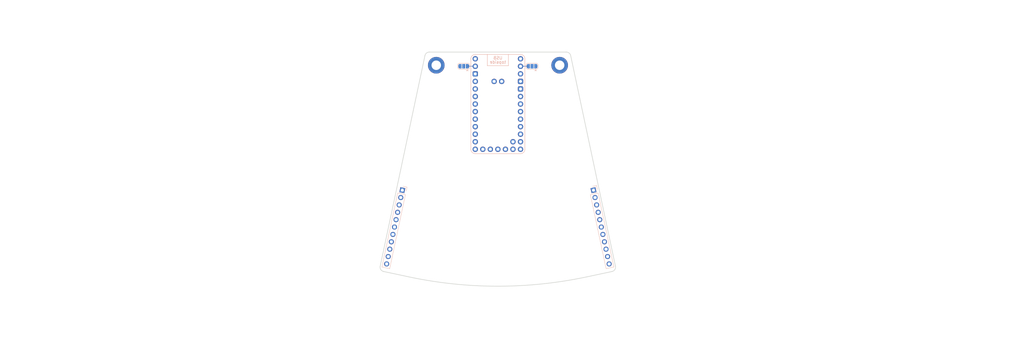
<source format=kicad_pcb>
(kicad_pcb (version 20240108) (generator "pcbnew") (generator_version "8.0")
  (layers (0 "F.Cu" signal) (31 "B.Cu" signal) (34 "B.Paste" user) (35 "F.Paste" user) (36 "B.SilkS" user "B.Silkscreen") (37 "F.SilkS" user "F.Silkscreen") (38 "B.Mask" user) (39 "F.Mask" user) (44 "Edge.Cuts" user))
  (net 0 "")
  (net 1 "col5")
  (net 2 "rgb")
  (net 3 "row2")
  (net 4 "row0")
  (net 5 "col4")
  (net 6 "col2")
  (net 7 "col3")
  (net 8 "row1")
  (net 9 "row3")
  (net 10 "col0")
  (net 11 "col1")
  (net 12 "col8")
  (net 13 "row5")
  (net 14 "col10")
  (net 15 "col6")
  (net 16 "GND")
  (net 17 "col9")
  (net 18 "row4")
  (net 19 "col7")
  (net 20 "col11")
  (net 21 "vcc")
  (net 22 "vccrgb")
  (net 32 "Net-(JP1-B)")
  (net 33 "Net-(JP1-A)")
  (net 34 "5V")
  (footprint "MountingHole:MountingHole_3.2mm_M3_DIN965_Pad" (layer "F.Cu") (at 219.0026 138.860167)
    (property "Reference" "H2" (hide yes))
    (property "Value" "MountingHole")
    (pad "1" thru_hole circle (at 0 0) (size 5.6 5.6) (drill 3.2) (layers "*.Cu" "*.Mask"))
  )
  (footprint "MountingHole:MountingHole_3.2mm_M3_DIN965_Pad" (layer "F.Cu") (at 177.4406 138.860167)
    (property "Reference" "H1" (hide yes))
    (property "Value" "MountingHole")
    (pad "1" thru_hole circle (at 0 0) (size 5.6 5.6) (drill 3.2) (layers "*.Cu" "*.Mask"))
  )
  (footprint "Connector_PinHeader_2.54mm:PinHeader_1x11_P2.54mm_Vertical" (layer "B.Cu") (at 230.399607 180.945708 -168)
    (property "Reference" "J2" (hide yes))
    (property "Value" "Conn_01x11")
    (fp_line (start 1.33 -1.27) (end -1.33 -1.27) (stroke (width 0.12)) (layer "B.SilkS"))
    (fp_line (start 0.000001 1.33) (end -1.33 1.33) (stroke (width 0.12)) (layer "B.SilkS"))
    (fp_line (start -1.33 1.33) (end -1.33 0.000001) (stroke (width 0.12)) (layer "B.SilkS"))
    (fp_line (start 1.33 -26.73) (end 1.33 -1.27) (stroke (width 0.12)) (layer "B.SilkS"))
    (fp_line (start 1.33 -26.73) (end -1.33 -26.73) (stroke (width 0.12)) (layer "B.SilkS"))
    (fp_line (start -1.33 -26.73) (end -1.33 -1.27) (stroke (width 0.12)) (layer "B.SilkS"))
    (pad "1" thru_hole rect (at 0 0 192) (size 1.7 1.7) (drill 1) (layers "*.Cu" "*.Mask") (net 2 "rgb"))
    (pad "2" thru_hole oval (at 0.000001 -2.54 192) (size 1.7 1.7) (drill 1) (layers "*.Cu" "*.Mask") (net 13 "row5"))
    (pad "3" thru_hole oval (at -0.000001 -5.08 192) (size 1.7 1.7) (drill 1) (layers "*.Cu" "*.Mask") (net 20 "col11"))
    (pad "4" thru_hole oval (at 0 -7.62 192) (size 1.7 1.7) (drill 1) (layers "*.Cu" "*.Mask") (net 14 "col10"))
    (pad "5" thru_hole oval (at 0 -10.16 192) (size 1.7 1.7) (drill 1) (layers "*.Cu" "*.Mask") (net 17 "col9"))
    (pad "6" thru_hole oval (at 0 -12.700002 192) (size 1.7 1.7) (drill 1) (layers "*.Cu" "*.Mask") (net 12 "col8"))
    (pad "7" thru_hole oval (at 0 -15.24 192) (size 1.7 1.7) (drill 1) (layers "*.Cu" "*.Mask") (net 19 "col7"))
    (pad "8" thru_hole oval (at 0 -17.78 192) (size 1.7 1.7) (drill 1) (layers "*.Cu" "*.Mask") (net 15 "col6"))
    (pad "9" thru_hole oval (at 0 -20.32 192) (size 1.7 1.7) (drill 1) (layers "*.Cu" "*.Mask") (net 22 "vccrgb"))
    (pad "10" thru_hole oval (at 0 -22.86 192) (size 1.7 1.7) (drill 1) (layers "*.Cu" "*.Mask") (net 16 "GND"))
    (pad "11" thru_hole oval (at 0 -25.4 192) (size 1.7 1.7) (drill 1) (layers "*.Cu" "*.Mask") (net 18 "row4"))
  )
  (footprint "Connector_PinHeader_2.54mm:PinHeader_1x11_P2.54mm_Vertical" (layer "B.Cu") (at 166.008871 180.945708 168)
    (property "Reference" "J1" (hide yes))
    (property "Value" "Conn_01x11")
    (fp_line (start 1.33 -26.73) (end -1.33 -26.73) (stroke (width 0.12)) (layer "B.SilkS"))
    (fp_line (start 1.33 -26.73) (end 1.33 -1.27) (stroke (width 0.12)) (layer "B.SilkS"))
    (fp_line (start -1.33 -26.73) (end -1.33 -1.27) (stroke (width 0.12)) (layer "B.SilkS"))
    (fp_line (start 1.33 -1.27) (end -1.33 -1.27) (stroke (width 0.12)) (layer "B.SilkS"))
    (fp_line (start -0.000001 1.33) (end -1.33 1.33) (stroke (width 0.12)) (layer "B.SilkS"))
    (fp_line (start -1.33 1.33) (end -1.33 -0.000001) (stroke (width 0.12)) (layer "B.SilkS"))
    (pad "1" thru_hole rect (at 0 0 168) (size 1.7 1.7) (drill 1) (layers "*.Cu" "*.Mask") (net 16 "GND"))
    (pad "2" thru_hole oval (at 0 -2.54 168) (size 1.7 1.7) (drill 1) (layers "*.Cu" "*.Mask") (net 10 "col0"))
    (pad "3" thru_hole oval (at 0 -5.08 168) (size 1.7 1.7) (drill 1) (layers "*.Cu" "*.Mask") (net 11 "col1"))
    (pad "4" thru_hole oval (at 0 -7.62 168) (size 1.7 1.7) (drill 1) (layers "*.Cu" "*.Mask") (net 6 "col2"))
    (pad "5" thru_hole oval (at 0 -10.16 168) (size 1.7 1.7) (drill 1) (layers "*.Cu" "*.Mask") (net 7 "col3"))
    (pad "6" thru_hole oval (at -0.000002 -12.7 168) (size 1.7 1.7) (drill 1) (layers "*.Cu" "*.Mask") (net 5 "col4"))
    (pad "7" thru_hole oval (at 0 -15.24 168) (size 1.7 1.7) (drill 1) (layers "*.Cu" "*.Mask") (net 1 "col5"))
    (pad "8" thru_hole oval (at 0 -17.78 168) (size 1.7 1.7) (drill 1) (layers "*.Cu" "*.Mask") (net 4 "row0"))
    (pad "9" thru_hole oval (at 0 -20.32 168) (size 1.7 1.7) (drill 1) (layers "*.Cu" "*.Mask") (net 8 "row1"))
    (pad "10" thru_hole oval (at 0 -22.86 168) (size 1.7 1.7) (drill 1) (layers "*.Cu" "*.Mask") (net 3 "row2"))
    (pad "11" thru_hole oval (at 0 -25.4 168) (size 1.7 1.7) (drill 1) (layers "*.Cu" "*.Mask") (net 9 "row3"))
  )
  (footprint "Jumper:SolderJumper-3_P1.3mm_Open_RoundedPad1.0x1.5mm" (layer "B.Cu") (at 186.69 139.192 180)
    (property "Reference" "JP2" (hide yes))
    (property "Value" "Jumper_3_Open")
    (fp_line (start 2.05 -0.3) (end 2.05 0.3) (stroke (width 0.12)) (layer "B.SilkS"))
    (fp_line (start 1.4 1) (end -1.4 1) (stroke (width 0.12)) (layer "B.SilkS"))
    (fp_line (start -0.9 -1.5) (end -1.2 -1.2) (stroke (width 0.12)) (layer "B.SilkS"))
    (fp_line (start -0.9 -1.5) (end -1.5 -1.5) (stroke (width 0.12)) (layer "B.SilkS"))
    (fp_line (start -1.4 -1) (end 1.4 -1) (stroke (width 0.12)) (layer "B.SilkS"))
    (fp_line (start -1.5 -1.5) (end -1.2 -1.2) (stroke (width 0.12)) (layer "B.SilkS"))
    (fp_line (start -2.05 0.3) (end -2.05 -0.3) (stroke (width 0.12)) (layer "B.SilkS"))
    (fp_arc (start 2.05 0.3) (mid 1.844975 0.794975) (end 1.35 1) (stroke (width 0.12)) (layer "B.SilkS"))
    (fp_arc (start 1.35 -1) (mid 1.844975 -0.794975) (end 2.05 -0.3) (stroke (width 0.12)) (layer "B.SilkS"))
    (fp_arc (start -1.35 1) (mid -1.844975 0.794975) (end -2.05 0.3) (stroke (width 0.12)) (layer "B.SilkS"))
    (fp_arc (start -2.05 -0.3) (mid -1.844975 -0.794975) (end -1.35 -1) (stroke (width 0.12)) (layer "B.SilkS"))
    (pad "1" smd custom (at -1.3 0 180) (size 1 0.5) (layers "B.Cu" "B.Mask") (net 34 "5V") (options (clearance outline) (anchor rect)) (primitives (gr_circle (center 0 -0.25) (end 0.5 -0.25) (width 0) (fill yes)) (gr_circle (center 0 0.25) (end 0.5 0.25) (width 0) (fill yes)) (gr_poly (pts (xy 0.55 -0.75) (xy 0 -0.75) (xy 0 0.75) (xy 0.55 0.75)) (width 0) (fill yes))))
    (pad "2" smd rect (at 0 0 180) (size 1 1.5) (layers "B.Cu" "B.Mask") (net 22 "vccrgb"))
    (pad "3" smd custom (at 1.3 0 180) (size 1 0.5) (layers "B.Cu" "B.Mask") (net 21 "vcc") (options (clearance outline) (anchor rect)) (primitives (gr_circle (center 0 -0.25) (end 0.5 -0.25) (width 0) (fill yes)) (gr_circle (center 0 0.25) (end 0.5 0.25) (width 0) (fill yes)) (gr_poly (pts (xy 0 -0.75) (xy -0.55 -0.75) (xy -0.55 0.75) (xy 0 0.75)) (width 0) (fill yes))))
  )
  (footprint "PCM_marbastlib-xp-promicroish:Helios_AH_USBup" (layer "B.Cu") (at 198.200946 153.2 180)
    (property "Reference" "U1" (hide yes))
    (property "Value" "Helios")
    (fp_line (start 9.09 16.51) (end 9.09 -13.97) (stroke (width 0.15)) (layer "B.SilkS"))
    (fp_line (start 7.62 -15.44) (end -7.62 -15.44) (stroke (width 0.15)) (layer "B.SilkS"))
    (fp_line (start 3.55 17.98) (end 3.55 14.2) (stroke (width 0.15)) (layer "B.SilkS"))
    (fp_line (start -3.55 17.98) (end -3.55 14.2) (stroke (width 0.15)) (layer "B.SilkS"))
    (fp_line (start -3.55 14.2) (end 3.55 14.2) (stroke (width 0.15)) (layer "B.SilkS"))
    (fp_line (start -7.62 17.98) (end 7.62 17.98) (stroke (width 0.15)) (layer "B.SilkS"))
    (fp_line (start -9.09 -13.97) (end -9.09 16.51) (stroke (width 0.15)) (layer "B.SilkS"))
    (fp_arc (start 9.09 16.51) (mid 8.659447 17.549447) (end 7.62 17.98) (stroke (width 0.15)) (layer "B.SilkS"))
    (fp_arc (start 7.62 -15.44) (mid 8.659447 -15.009447) (end 9.09 -13.97) (stroke (width 0.15)) (layer "B.SilkS"))
    (fp_arc (start -7.62 17.98) (mid -8.659446 17.549446) (end -9.09 16.51) (stroke (width 0.15)) (layer "B.SilkS"))
    (fp_arc (start -9.09 -13.97) (mid -8.659447 -15.009447) (end -7.62 -15.44) (stroke (width 0.15)) (layer "B.SilkS"))
    (fp_text user "USB" (at 0 16.2 0) (layer "B.SilkS") (effects (justify bottom mirror)))
    (fp_text user "topside" (at 0 14.8 0) (layer "B.SilkS") (effects (justify bottom mirror)))
    (pad "1" thru_hole circle (at -7.62 13.97 180) (size 1.8 1.8) (drill 1) (layers "*.Cu" "F.Mask") (net 32 "Net-(JP1-B)"))
    (pad "2" thru_hole circle (at -7.62 11.43 180) (size 1.8 1.8) (drill 1) (layers "*.Cu" "F.Mask") (net 20 "col11"))
    (pad "3" thru_hole roundrect (at -7.62 8.89 180) (size 1.8 1.8) (drill 1) (layers "*.Cu" "F.Mask") (net 16 "GND"))
    (pad "4" thru_hole roundrect (at -7.62 6.35 180) (size 1.8 1.8) (drill 1) (layers "*.Cu" "F.Mask") (net 16 "GND"))
    (pad "5" thru_hole circle (at -7.62 3.81 180) (size 1.8 1.8) (drill 1) (layers "*.Cu" "F.Mask"))
    (pad "6" thru_hole circle (at -7.62 1.27 180) (size 1.8 1.8) (drill 1) (layers "*.Cu" "F.Mask"))
    (pad "7" thru_hole circle (at -7.62 -1.27 180) (size 1.8 1.8) (drill 1) (layers "*.Cu" "F.Mask") (net 14 "col10"))
    (pad "8" thru_hole circle (at -7.62 -3.81 180) (size 1.8 1.8) (drill 1) (layers "*.Cu" "F.Mask") (net 17 "col9"))
    (pad "9" thru_hole circle (at -7.62 -6.35 180) (size 1.8 1.8) (drill 1) (layers "*.Cu" "F.Mask") (net 12 "col8"))
    (pad "10" thru_hole circle (at -7.62 -8.89 180) (size 1.8 1.8) (drill 1) (layers "*.Cu" "F.Mask") (net 19 "col7"))
    (pad "11" thru_hole circle (at -7.62 -11.43 180) (size 1.8 1.8) (drill 1) (layers "*.Cu" "F.Mask") (net 15 "col6"))
    (pad "12" thru_hole circle (at -7.62 -13.97 180) (size 1.8 1.8) (drill 1) (layers "*.Cu" "F.Mask") (net 18 "row4"))
    (pad "13" thru_hole circle (at 7.62 13.97 180) (size 1.8 1.8) (drill 1) (layers "*.Cu" "F.Mask") (net 34 "5V"))
    (pad "14" thru_hole roundrect (at 7.62 11.43 180) (size 1.8 1.8) (drill 1) (layers "*.Cu" "F.Mask") (net 16 "GND"))
    (pad "15" thru_hole circle (at 7.62 8.89 180) (size 1.8 1.8) (drill 1) (layers "*.Cu" "F.Mask"))
    (pad "16" thru_hole circle (at 7.62 6.35 180) (size 1.8 1.8) (drill 1) (layers "*.Cu" "F.Mask") (net 21 "vcc"))
    (pad "17" thru_hole circle (at 7.62 3.81 180) (size 1.8 1.8) (drill 1) (layers "*.Cu" "F.Mask") (net 11 "col1"))
    (pad "18" thru_hole circle (at 7.62 1.27 180) (size 1.8 1.8) (drill 1) (layers "*.Cu" "F.Mask") (net 6 "col2"))
    (pad "19" thru_hole circle (at 7.62 -1.27 180) (size 1.8 1.8) (drill 1) (layers "*.Cu" "F.Mask") (net 7 "col3"))
    (pad "20" thru_hole circle (at 7.62 -3.81 180) (size 1.8 1.8) (drill 1) (layers "*.Cu" "F.Mask") (net 5 "col4"))
    (pad "21" thru_hole circle (at 7.62 -6.35 180) (size 1.8 1.8) (drill 1) (layers "*.Cu" "F.Mask"))
    (pad "22" thru_hole circle (at 7.62 -8.89 180) (size 1.8 1.8) (drill 1) (layers "*.Cu" "F.Mask"))
    (pad "23" thru_hole circle (at 7.62 -11.43 180) (size 1.8 1.8) (drill 1) (layers "*.Cu" "F.Mask"))
    (pad "24" thru_hole circle (at 7.62 -13.97 180) (size 1.8 1.8) (drill 1) (layers "*.Cu" "F.Mask"))
    (pad "25" thru_hole circle (at -5.08 -13.97 180) (size 1.8 1.8) (drill 1) (layers "*.Cu" "F.Mask") (net 9 "row3"))
    (pad "26" thru_hole circle (at -2.54 -13.97 180) (size 1.8 1.8) (drill 1) (layers "*.Cu" "F.Mask") (net 3 "row2"))
    (pad "27" thru_hole circle (at 0 -13.97 180) (size 1.8 1.8) (drill 1) (layers "*.Cu" "F.Mask") (net 8 "row1"))
    (pad "28" thru_hole circle (at 2.54 -13.97 180) (size 1.8 1.8) (drill 1) (layers "*.Cu" "F.Mask") (net 4 "row0"))
    (pad "29" thru_hole circle (at 5.08 -13.97 180) (size 1.8 1.8) (drill 1) (layers "*.Cu" "F.Mask") (net 1 "col5"))
    (pad "30" thru_hole circle (at 7.62 16.51 180) (size 1.8 1.8) (drill 1) (layers "*.Cu" "F.Mask") (net 10 "col0"))
    (pad "31" thru_hole circle (at -7.62 16.51 180) (size 1.8 1.8) (drill 1) (layers "*.Cu" "F.Mask") (net 13 "row5"))
    (pad "32" thru_hole circle (at -1.27 8.89 180) (size 1.8 1.8) (drill 1) (layers "*.Cu" "F.Mask"))
    (pad "33" thru_hole circle (at 1.27 8.89 180) (size 1.8 1.8) (drill 1) (layers "*.Cu" "F.Mask"))
    (pad "34" thru_hole circle (at -5.08 -11.43 180) (size 1.8 1.8) (drill 1) (layers "*.Cu" "F.Mask") (net 33 "Net-(JP1-A)"))
  )
  (footprint "Jumper:SolderJumper-3_P1.3mm_Open_RoundedPad1.0x1.5mm" (layer "B.Cu") (at 209.707 139.192 180)
    (property "Reference" "JP1" (hide yes))
    (property "Value" "Jumper_3_Open")
    (fp_line (start 2.05 -0.3) (end 2.05 0.3) (stroke (width 0.12)) (layer "B.SilkS"))
    (fp_line (start 1.4 1) (end -1.4 1) (stroke (width 0.12)) (layer "B.SilkS"))
    (fp_line (start -0.9 -1.5) (end -1.2 -1.2) (stroke (width 0.12)) (layer "B.SilkS"))
    (fp_line (start -0.9 -1.5) (end -1.5 -1.5) (stroke (width 0.12)) (layer "B.SilkS"))
    (fp_line (start -1.4 -1) (end 1.4 -1) (stroke (width 0.12)) (layer "B.SilkS"))
    (fp_line (start -1.5 -1.5) (end -1.2 -1.2) (stroke (width 0.12)) (layer "B.SilkS"))
    (fp_line (start -2.05 0.3) (end -2.05 -0.3) (stroke (width 0.12)) (layer "B.SilkS"))
    (fp_arc (start 2.05 0.3) (mid 1.844975 0.794975) (end 1.35 1) (stroke (width 0.12)) (layer "B.SilkS"))
    (fp_arc (start 1.35 -1) (mid 1.844975 -0.794975) (end 2.05 -0.3) (stroke (width 0.12)) (layer "B.SilkS"))
    (fp_arc (start -1.35 1) (mid -1.844975 0.794975) (end -2.05 0.3) (stroke (width 0.12)) (layer "B.SilkS"))
    (fp_arc (start -2.05 -0.3) (mid -1.844975 -0.794975) (end -1.35 -1) (stroke (width 0.12)) (layer "B.SilkS"))
    (pad "1" smd custom (at -1.3 0 180) (size 1 0.5) (layers "B.Cu" "B.Mask") (net 33 "Net-(JP1-A)") (options (clearance outline) (anchor rect)) (primitives (gr_circle (center 0 -0.25) (end 0.5 -0.25) (width 0) (fill yes)) (gr_circle (center 0 0.25) (end 0.5 0.25) (width 0) (fill yes)) (gr_poly (pts (xy 0.55 -0.75) (xy 0 -0.75) (xy 0 0.75) (xy 0.55 0.75)) (width 0) (fill yes))))
    (pad "2" smd rect (at 0 0 180) (size 1 1.5) (layers "B.Cu" "B.Mask") (net 2 "rgb"))
    (pad "3" smd custom (at 1.3 0 180) (size 1 0.5) (layers "B.Cu" "B.Mask") (net 32 "Net-(JP1-B)") (options (clearance outline) (anchor rect)) (primitives (gr_circle (center 0 -0.25) (end 0.5 -0.25) (width 0) (fill yes)) (gr_circle (center 0 0.25) (end 0.5 0.25) (width 0) (fill yes)) (gr_poly (pts (xy 0 -0.75) (xy -0.55 -0.75) (xy -0.55 0.75) (xy 0 0.75)) (width 0) (fill yes))))
  )
  (gr_line (start 175.097744 134.423367) (end 221.249147 134.423367) (stroke (width 0.2)) (layer "Edge.Cuts"))
  (gr_arc (start 221.249147 134.423367) (mid 222.193127 134.757648) (end 222.716368 135.611499) (stroke (width 0.2)) (layer "Edge.Cuts"))
  (gr_line (start 159.711541 208.342098) (end 168.175247 210.141117) (stroke (width 0.2)) (layer "Edge.Cuts"))
  (gr_line (start 158.551295 206.553872) (end 173.630547 135.611467) (stroke (width 0.2)) (layer "Edge.Cuts"))
  (gr_arc (start 228.171647 210.141116) (mid 198.173487 213.294063) (end 168.175326 210.141133) (stroke (width 0.2)) (layer "Edge.Cuts"))
  (gr_arc (start 159.704979 208.340718) (mid 158.75884 207.690455) (end 158.549626 206.561629) (stroke (width 0.2)) (layer "Edge.Cuts"))
  (gr_arc (start 173.630526 135.611499) (mid 174.153765 134.757648) (end 175.097744 134.423367) (stroke (width 0.2)) (layer "Edge.Cuts"))
  (gr_line (start 236.641915 208.340718) (end 228.171647 210.141116) (stroke (width 0.2)) (layer "Edge.Cuts"))
  (gr_line (start 222.716368 135.611499) (end 237.798808 206.56897) (stroke (width 0.2)) (layer "Edge.Cuts"))
  (gr_arc (start 237.797268 206.561629) (mid 237.588038 207.690436) (end 236.641915 208.340718) (stroke (width 0.2)) (layer "Edge.Cuts"))
  (segment (start 205.761946 139.289) (end 205.820946 139.23) (width 0.2) (layer "F.Cu") (net 32))
  (segment (start 208.407 139.192) (end 205.858946 139.192) (width 0.2) (layer "B.Cu") (net 32))
  (segment (start 205.858946 139.192) (end 205.820946 139.23) (width 0.2) (layer "B.Cu") (net 32))
  (segment (start 187.99 139.192) (end 190.542946 139.192) (width 0.2) (layer "B.Cu") (net 34))
  (segment (start 190.542946 139.192) (end 190.580946 139.23) (width 0.2) (layer "B.Cu") (net 34))
)
</source>
